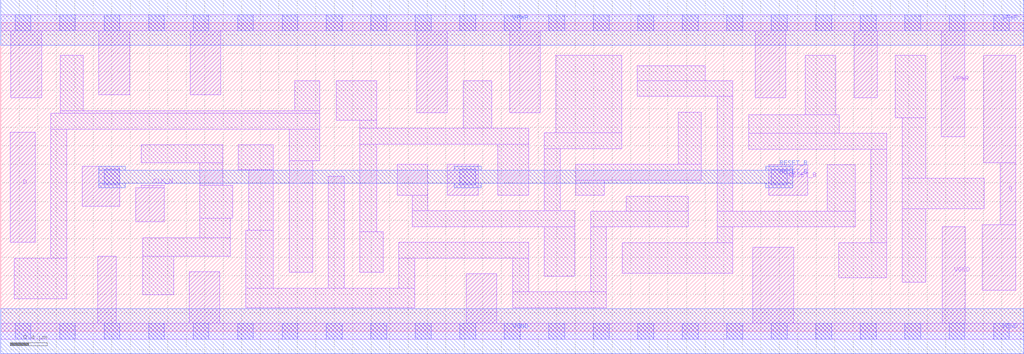
<source format=lef>
# Copyright 2020 The SkyWater PDK Authors
#
# Licensed under the Apache License, Version 2.0 (the "License");
# you may not use this file except in compliance with the License.
# You may obtain a copy of the License at
#
#     https://www.apache.org/licenses/LICENSE-2.0
#
# Unless required by applicable law or agreed to in writing, software
# distributed under the License is distributed on an "AS IS" BASIS,
# WITHOUT WARRANTIES OR CONDITIONS OF ANY KIND, either express or implied.
# See the License for the specific language governing permissions and
# limitations under the License.
#
# SPDX-License-Identifier: Apache-2.0

VERSION 5.7 ;
  NAMESCASESENSITIVE ON ;
  NOWIREEXTENSIONATPIN ON ;
  DIVIDERCHAR "/" ;
  BUSBITCHARS "[]" ;
UNITS
  DATABASE MICRONS 200 ;
END UNITS
MACRO sky130_fd_sc_ms__dfrtn_1
  CLASS CORE ;
  SOURCE USER ;
  FOREIGN sky130_fd_sc_ms__dfrtn_1 ;
  ORIGIN  0.000000  0.000000 ;
  SIZE  11.04000 BY  3.330000 ;
  SYMMETRY X Y R90 ;
  SITE unit ;
  PIN D
    ANTENNAGATEAREA  0.138600 ;
    DIRECTION INPUT ;
    USE SIGNAL ;
    PORT
      LAYER li1 ;
        RECT 0.105000 0.960000 0.370000 2.150000 ;
    END
  END D
  PIN Q
    ANTENNADIFFAREA  0.517000 ;
    DIRECTION OUTPUT ;
    USE SIGNAL ;
    PORT
      LAYER li1 ;
        RECT 10.590000 0.440000 10.955000 1.150000 ;
        RECT 10.605000 1.820000 10.955000 2.980000 ;
        RECT 10.785000 1.150000 10.955000 1.820000 ;
    END
  END Q
  PIN RESET_B
    ANTENNAGATEAREA  0.415800 ;
    DIRECTION INPUT ;
    USE SIGNAL ;
    PORT
      LAYER li1 ;
        RECT 0.880000 1.350000 1.285000 1.780000 ;
        RECT 4.820000 1.470000 5.155000 1.800000 ;
        RECT 8.285000 1.465000 8.710000 1.795000 ;
      LAYER mcon ;
        RECT 1.115000 1.580000 1.285000 1.750000 ;
        RECT 4.955000 1.580000 5.125000 1.750000 ;
        RECT 8.315000 1.580000 8.485000 1.750000 ;
      LAYER met1 ;
        RECT 1.055000 1.550000 1.345000 1.595000 ;
        RECT 1.055000 1.595000 8.545000 1.735000 ;
        RECT 1.055000 1.735000 1.345000 1.780000 ;
        RECT 4.895000 1.550000 5.185000 1.595000 ;
        RECT 4.895000 1.735000 5.185000 1.780000 ;
        RECT 8.255000 1.550000 8.545000 1.595000 ;
        RECT 8.255000 1.735000 8.545000 1.780000 ;
    END
  END RESET_B
  PIN CLK_N
    ANTENNAGATEAREA  0.291000 ;
    DIRECTION INPUT ;
    USE CLOCK ;
    PORT
      LAYER li1 ;
        RECT 1.455000 1.180000 1.765000 1.550000 ;
        RECT 1.515000 1.550000 1.765000 1.575000 ;
    END
  END CLK_N
  PIN VGND
    DIRECTION INOUT ;
    USE GROUND ;
    PORT
      LAYER li1 ;
        RECT  0.000000 -0.085000 11.040000 0.085000 ;
        RECT  1.045000  0.085000  1.245000 0.810000 ;
        RECT  2.035000  0.085000  2.365000 0.640000 ;
        RECT  5.025000  0.085000  5.355000 0.620000 ;
        RECT  8.115000  0.085000  8.555000 0.905000 ;
        RECT 10.160000  0.085000 10.410000 1.130000 ;
      LAYER mcon ;
        RECT  0.155000 -0.085000  0.325000 0.085000 ;
        RECT  0.635000 -0.085000  0.805000 0.085000 ;
        RECT  1.115000 -0.085000  1.285000 0.085000 ;
        RECT  1.595000 -0.085000  1.765000 0.085000 ;
        RECT  2.075000 -0.085000  2.245000 0.085000 ;
        RECT  2.555000 -0.085000  2.725000 0.085000 ;
        RECT  3.035000 -0.085000  3.205000 0.085000 ;
        RECT  3.515000 -0.085000  3.685000 0.085000 ;
        RECT  3.995000 -0.085000  4.165000 0.085000 ;
        RECT  4.475000 -0.085000  4.645000 0.085000 ;
        RECT  4.955000 -0.085000  5.125000 0.085000 ;
        RECT  5.435000 -0.085000  5.605000 0.085000 ;
        RECT  5.915000 -0.085000  6.085000 0.085000 ;
        RECT  6.395000 -0.085000  6.565000 0.085000 ;
        RECT  6.875000 -0.085000  7.045000 0.085000 ;
        RECT  7.355000 -0.085000  7.525000 0.085000 ;
        RECT  7.835000 -0.085000  8.005000 0.085000 ;
        RECT  8.315000 -0.085000  8.485000 0.085000 ;
        RECT  8.795000 -0.085000  8.965000 0.085000 ;
        RECT  9.275000 -0.085000  9.445000 0.085000 ;
        RECT  9.755000 -0.085000  9.925000 0.085000 ;
        RECT 10.235000 -0.085000 10.405000 0.085000 ;
        RECT 10.715000 -0.085000 10.885000 0.085000 ;
      LAYER met1 ;
        RECT 0.000000 -0.245000 11.040000 0.245000 ;
    END
  END VGND
  PIN VPWR
    DIRECTION INOUT ;
    USE POWER ;
    PORT
      LAYER li1 ;
        RECT  0.000000 3.245000 11.040000 3.415000 ;
        RECT  0.110000 2.520000  0.440000 3.245000 ;
        RECT  1.060000 2.550000  1.390000 3.245000 ;
        RECT  2.045000 2.550000  2.375000 3.245000 ;
        RECT  4.490000 2.360000  4.820000 3.245000 ;
        RECT  5.490000 2.360000  5.820000 3.245000 ;
        RECT  8.140000 2.520000  8.470000 3.245000 ;
        RECT  9.210000 2.520000  9.460000 3.245000 ;
        RECT 10.150000 2.100000 10.400000 3.245000 ;
      LAYER mcon ;
        RECT  0.155000 3.245000  0.325000 3.415000 ;
        RECT  0.635000 3.245000  0.805000 3.415000 ;
        RECT  1.115000 3.245000  1.285000 3.415000 ;
        RECT  1.595000 3.245000  1.765000 3.415000 ;
        RECT  2.075000 3.245000  2.245000 3.415000 ;
        RECT  2.555000 3.245000  2.725000 3.415000 ;
        RECT  3.035000 3.245000  3.205000 3.415000 ;
        RECT  3.515000 3.245000  3.685000 3.415000 ;
        RECT  3.995000 3.245000  4.165000 3.415000 ;
        RECT  4.475000 3.245000  4.645000 3.415000 ;
        RECT  4.955000 3.245000  5.125000 3.415000 ;
        RECT  5.435000 3.245000  5.605000 3.415000 ;
        RECT  5.915000 3.245000  6.085000 3.415000 ;
        RECT  6.395000 3.245000  6.565000 3.415000 ;
        RECT  6.875000 3.245000  7.045000 3.415000 ;
        RECT  7.355000 3.245000  7.525000 3.415000 ;
        RECT  7.835000 3.245000  8.005000 3.415000 ;
        RECT  8.315000 3.245000  8.485000 3.415000 ;
        RECT  8.795000 3.245000  8.965000 3.415000 ;
        RECT  9.275000 3.245000  9.445000 3.415000 ;
        RECT  9.755000 3.245000  9.925000 3.415000 ;
        RECT 10.235000 3.245000 10.405000 3.415000 ;
        RECT 10.715000 3.245000 10.885000 3.415000 ;
      LAYER met1 ;
        RECT 0.000000 3.085000 11.040000 3.575000 ;
    END
  END VPWR
  OBS
    LAYER li1 ;
      RECT 0.145000 0.350000  0.710000 0.790000 ;
      RECT 0.540000 0.790000  0.710000 2.180000 ;
      RECT 0.540000 2.180000  3.440000 2.350000 ;
      RECT 0.640000 2.350000  3.440000 2.380000 ;
      RECT 0.640000 2.380000  0.890000 2.980000 ;
      RECT 1.515000 1.820000  2.395000 2.010000 ;
      RECT 1.530000 0.395000  1.865000 0.810000 ;
      RECT 1.530000 0.810000  2.475000 1.010000 ;
      RECT 2.145000 1.010000  2.475000 1.220000 ;
      RECT 2.145000 1.220000  2.505000 1.575000 ;
      RECT 2.145000 1.575000  2.395000 1.820000 ;
      RECT 2.565000 1.745000  2.940000 2.010000 ;
      RECT 2.645000 0.255000  4.465000 0.465000 ;
      RECT 2.645000 0.465000  2.940000 1.090000 ;
      RECT 2.675000 1.090000  2.940000 1.745000 ;
      RECT 3.115000 0.635000  3.365000 1.840000 ;
      RECT 3.115000 1.840000  3.440000 2.180000 ;
      RECT 3.170000 2.380000  3.440000 2.705000 ;
      RECT 3.535000 0.465000  3.705000 1.670000 ;
      RECT 3.620000 2.275000  4.055000 2.705000 ;
      RECT 3.875000 0.635000  4.125000 1.075000 ;
      RECT 3.875000 1.075000  4.055000 2.020000 ;
      RECT 3.875000 2.020000  5.695000 2.190000 ;
      RECT 3.875000 2.190000  4.055000 2.275000 ;
      RECT 4.280000 1.470000  4.610000 1.800000 ;
      RECT 4.295000 0.465000  4.465000 0.790000 ;
      RECT 4.295000 0.790000  5.695000 0.960000 ;
      RECT 4.440000 1.130000  6.195000 1.300000 ;
      RECT 4.440000 1.300000  4.610000 1.470000 ;
      RECT 4.990000 2.190000  5.300000 2.705000 ;
      RECT 5.365000 1.470000  5.695000 2.020000 ;
      RECT 5.525000 0.255000  6.535000 0.425000 ;
      RECT 5.525000 0.425000  5.695000 0.790000 ;
      RECT 5.865000 0.595000  6.195000 1.130000 ;
      RECT 5.865000 1.300000  6.035000 1.970000 ;
      RECT 5.865000 1.970000  6.700000 2.140000 ;
      RECT 5.990000 2.140000  6.700000 2.980000 ;
      RECT 6.205000 1.470000  6.510000 1.630000 ;
      RECT 6.205000 1.630000  7.560000 1.800000 ;
      RECT 6.365000 0.425000  6.535000 1.125000 ;
      RECT 6.365000 1.125000  7.420000 1.295000 ;
      RECT 6.705000 0.625000  7.900000 0.955000 ;
      RECT 6.750000 1.295000  7.420000 1.455000 ;
      RECT 6.870000 2.535000  7.900000 2.705000 ;
      RECT 6.870000 2.705000  7.600000 2.865000 ;
      RECT 7.310000 1.800000  7.560000 2.365000 ;
      RECT 7.730000 0.955000  7.900000 1.125000 ;
      RECT 7.730000 1.125000  9.220000 1.295000 ;
      RECT 7.730000 1.295000  7.900000 2.535000 ;
      RECT 8.070000 1.965000  9.560000 2.135000 ;
      RECT 8.070000 2.135000  9.050000 2.335000 ;
      RECT 8.680000 2.335000  9.010000 2.980000 ;
      RECT 8.920000 1.295000  9.220000 1.795000 ;
      RECT 9.045000 0.575000  9.560000 0.955000 ;
      RECT 9.390000 0.955000  9.560000 1.965000 ;
      RECT 9.650000 2.305000  9.980000 2.980000 ;
      RECT 9.730000 0.530000  9.980000 1.320000 ;
      RECT 9.730000 1.320000 10.615000 1.650000 ;
      RECT 9.730000 1.650000  9.980000 2.305000 ;
  END
END sky130_fd_sc_ms__dfrtn_1

</source>
